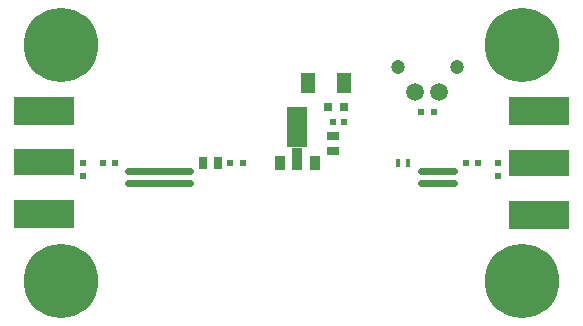
<source format=gts>
G04 #@! TF.FileFunction,Soldermask,Top*
%FSLAX46Y46*%
G04 Gerber Fmt 4.6, Leading zero omitted, Abs format (unit mm)*
G04 Created by KiCad (PCBNEW 0.201505031001+5637~23~ubuntu14.04.1-product) date Sun 24 May 2015 16:44:14 BST*
%MOMM*%
G01*
G04 APERTURE LIST*
%ADD10C,0.100000*%
%ADD11C,0.600000*%
%ADD12R,0.600000X0.600000*%
%ADD13R,0.700000X0.800000*%
%ADD14R,1.200000X1.700000*%
%ADD15R,0.500000X0.600000*%
%ADD16R,0.640000X1.020000*%
%ADD17R,1.020000X0.640000*%
%ADD18R,0.360000X0.660000*%
%ADD19C,1.500000*%
%ADD20C,1.200000*%
%ADD21R,0.600000X0.500000*%
%ADD22C,6.300000*%
%ADD23C,0.600000*%
%ADD24R,5.080000X2.286000*%
%ADD25R,5.080000X2.413000*%
%ADD26R,0.900000X1.900000*%
%ADD27R,0.900000X1.300000*%
%ADD28R,1.800000X3.500000*%
%ADD29C,0.300000*%
G04 APERTURE END LIST*
D10*
D11*
X149500000Y-87700000D02*
X152300000Y-87700000D01*
X149500000Y-88700000D02*
X152300000Y-88700000D01*
X124700000Y-87700000D02*
X129900000Y-87700000D01*
X124700000Y-88700000D02*
X129900000Y-88700000D01*
D12*
X123550000Y-87010000D03*
X122550000Y-87010000D03*
X127310000Y-88690000D03*
X127310000Y-87690000D03*
X143000000Y-83500000D03*
X142000000Y-83500000D03*
D13*
X143000000Y-82250000D03*
X141600000Y-82250000D03*
D12*
X151180000Y-88700000D03*
X151180000Y-87700000D03*
D14*
X143000000Y-80250000D03*
X139900000Y-80250000D03*
D12*
X153300000Y-87000000D03*
X154300000Y-87000000D03*
D15*
X120890000Y-87010000D03*
X120890000Y-88110000D03*
X156000000Y-87000000D03*
X156000000Y-88100000D03*
D16*
X132290000Y-87000000D03*
X131010000Y-87000000D03*
D17*
X142000000Y-86000000D03*
X142000000Y-84720000D03*
D18*
X148360000Y-87000000D03*
X147540000Y-87000000D03*
D19*
X149000000Y-81000000D03*
X151000000Y-81000000D03*
D20*
X147500000Y-78900000D03*
X152500000Y-78900000D03*
D21*
X134450000Y-87000000D03*
X133350000Y-87000000D03*
D22*
X158000000Y-77000000D03*
D23*
X158000000Y-74500000D03*
X160500000Y-77000000D03*
X158000000Y-79500000D03*
X155500000Y-77000000D03*
X156200000Y-75200000D03*
X159800000Y-75200000D03*
X156200000Y-78800000D03*
X159800000Y-78800000D03*
D22*
X119000000Y-97000000D03*
D23*
X119000000Y-94500000D03*
X121500000Y-97000000D03*
X119000000Y-99500000D03*
X116500000Y-97000000D03*
X117200000Y-95200000D03*
X120800000Y-95200000D03*
X117200000Y-98800000D03*
X120800000Y-98800000D03*
D22*
X158000000Y-97000000D03*
D23*
X158000000Y-94500000D03*
X160500000Y-97000000D03*
X158000000Y-99500000D03*
X155500000Y-97000000D03*
X156200000Y-95200000D03*
X159800000Y-95200000D03*
X156200000Y-98800000D03*
X159800000Y-98800000D03*
D22*
X119000000Y-77000000D03*
D23*
X119000000Y-74500000D03*
X121500000Y-77000000D03*
X119000000Y-79500000D03*
X116500000Y-77000000D03*
X117200000Y-75200000D03*
X120800000Y-75200000D03*
X117200000Y-78800000D03*
X120800000Y-78800000D03*
D21*
X150550000Y-82650000D03*
X149450000Y-82650000D03*
D24*
X159460000Y-87010000D03*
D25*
X159460000Y-82628500D03*
X159460000Y-91391500D03*
D24*
X117550000Y-86950000D03*
D25*
X117550000Y-91331500D03*
X117550000Y-82568500D03*
D26*
X139000000Y-86700000D03*
D27*
X137500000Y-87000000D03*
X140500000Y-87000000D03*
D28*
X139000000Y-84000000D03*
D29*
X139000000Y-86700000D03*
X139000000Y-87300000D03*
X139000000Y-86100000D03*
X139000000Y-85500000D03*
X139000000Y-84900000D03*
X139000000Y-84300000D03*
X139000000Y-83700000D03*
X139000000Y-83100000D03*
X139000000Y-82500000D03*
X139500000Y-85500000D03*
X139500000Y-84900000D03*
X139500000Y-84300000D03*
X139500000Y-83700000D03*
X139500000Y-83100000D03*
X138500000Y-83100000D03*
X138500000Y-83700000D03*
X138500000Y-84300000D03*
X138500000Y-84900000D03*
X138500000Y-85500000D03*
X138500000Y-82500000D03*
X139500000Y-82500000D03*
M02*

</source>
